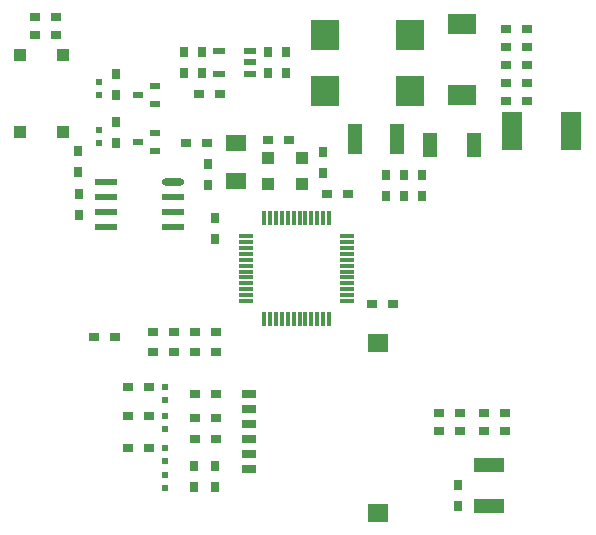
<source format=gbp>
%FSLAX25Y25*%
%MOIN*%
G70*
G01*
G75*
G04 Layer_Color=128*
%ADD10R,0.02000X0.02500*%
%ADD11R,0.02500X0.02000*%
%ADD12R,0.02200X0.03300*%
%ADD13R,0.03500X0.03000*%
%ADD14R,0.03000X0.03500*%
%ADD15R,0.02362X0.02756*%
%ADD16R,0.01575X0.03937*%
%ADD17R,0.07874X0.03937*%
%ADD18R,0.11811X0.04213*%
%ADD19R,0.08661X0.04134*%
%ADD20R,0.04331X0.03937*%
%ADD21R,0.03937X0.04331*%
%ADD22R,0.04134X0.08661*%
%ADD23R,0.37008X0.27559*%
%ADD24O,0.02362X0.07087*%
%ADD25O,0.07087X0.02362*%
%ADD26R,0.01969X0.02362*%
%ADD27C,0.01200*%
%ADD28C,0.01000*%
%ADD29C,0.02000*%
%ADD30C,0.00600*%
%ADD31C,0.01500*%
%ADD32C,0.01300*%
%ADD33C,0.04000*%
%ADD34C,0.06000*%
%ADD35R,0.06000X0.06000*%
%ADD36R,0.06000X0.06000*%
%ADD37C,0.02500*%
%ADD38C,0.03000*%
%ADD39O,0.07600X0.02400*%
%ADD40R,0.07600X0.02400*%
%ADD41R,0.04724X0.01181*%
%ADD42R,0.01181X0.04724*%
%ADD43R,0.03937X0.02362*%
%ADD44R,0.03937X0.03937*%
%ADD45R,0.09449X0.10236*%
%ADD46R,0.07087X0.12992*%
%ADD47R,0.03937X0.03937*%
%ADD48R,0.03937X0.03937*%
%ADD49R,0.04921X0.07874*%
%ADD50R,0.09449X0.07087*%
%ADD51R,0.09843X0.04724*%
%ADD52R,0.04724X0.09843*%
%ADD53R,0.07087X0.05512*%
%ADD54R,0.02362X0.01969*%
%ADD55R,0.03300X0.02200*%
%ADD56R,0.05118X0.03150*%
%ADD57R,0.06693X0.05906*%
%ADD58C,0.01100*%
%ADD59C,0.07000*%
%ADD60C,0.00787*%
%ADD61C,0.01600*%
%ADD62C,0.00500*%
%ADD63C,0.00800*%
%ADD64R,0.00700X0.02537*%
%ADD65C,0.00400*%
%ADD66C,0.02756*%
%ADD67C,0.00700*%
%ADD68R,0.01870X0.17323*%
%ADD69R,0.01181X0.08412*%
%ADD70R,0.11811X0.01300*%
%ADD71R,0.13988X0.01000*%
%ADD72R,0.01300X0.11811*%
D13*
X11000Y165500D02*
D03*
X145800Y39500D02*
D03*
X152800D02*
D03*
X50200Y60000D02*
D03*
X57200D02*
D03*
X50200Y66700D02*
D03*
X57200D02*
D03*
X64200D02*
D03*
X71200D02*
D03*
X64200Y60000D02*
D03*
X71200D02*
D03*
X123143Y75941D02*
D03*
X130142D02*
D03*
X18000Y171500D02*
D03*
X11000D02*
D03*
X18000Y165500D02*
D03*
X108343Y112500D02*
D03*
X115342D02*
D03*
X167800Y39500D02*
D03*
X160800D02*
D03*
Y33500D02*
D03*
X167800D02*
D03*
X152800D02*
D03*
X65500Y146000D02*
D03*
X72500D02*
D03*
X145800Y33500D02*
D03*
X167900Y149600D02*
D03*
X64342Y38100D02*
D03*
X71342D02*
D03*
X64342Y46100D02*
D03*
X71342D02*
D03*
X48842Y28000D02*
D03*
X41842D02*
D03*
X175000Y161700D02*
D03*
X168000D02*
D03*
X175000Y167700D02*
D03*
X168000D02*
D03*
X174900Y149600D02*
D03*
X167900Y143600D02*
D03*
X174900D02*
D03*
X175000Y155700D02*
D03*
X168000D02*
D03*
X41842Y38748D02*
D03*
X48842D02*
D03*
X30700Y64800D02*
D03*
X37700D02*
D03*
X95537Y130500D02*
D03*
X88537D02*
D03*
X61343Y129500D02*
D03*
X68343D02*
D03*
X64342Y31100D02*
D03*
X71342D02*
D03*
X41842Y48200D02*
D03*
X48842D02*
D03*
D14*
X70937Y97594D02*
D03*
Y104595D02*
D03*
X94500Y153000D02*
D03*
Y160000D02*
D03*
X151842Y15500D02*
D03*
Y8500D02*
D03*
X70842Y22000D02*
D03*
Y15000D02*
D03*
X63842Y22000D02*
D03*
Y15000D02*
D03*
X133843Y112000D02*
D03*
Y119000D02*
D03*
X139842Y112000D02*
D03*
Y119000D02*
D03*
X127842Y112000D02*
D03*
Y119000D02*
D03*
X66500Y153000D02*
D03*
Y160000D02*
D03*
X88500Y153000D02*
D03*
Y160000D02*
D03*
X106843Y126500D02*
D03*
Y119500D02*
D03*
X68500Y122500D02*
D03*
Y115500D02*
D03*
X25437Y127094D02*
D03*
Y120095D02*
D03*
X37937Y129595D02*
D03*
Y136594D02*
D03*
Y152594D02*
D03*
Y145595D02*
D03*
X60500Y160000D02*
D03*
Y153000D02*
D03*
X25500Y112500D02*
D03*
Y105500D02*
D03*
D39*
X57000Y116500D02*
D03*
D40*
Y111500D02*
D03*
Y106500D02*
D03*
Y101500D02*
D03*
X34500D02*
D03*
Y106500D02*
D03*
Y111500D02*
D03*
Y116500D02*
D03*
D41*
X81437Y88752D02*
D03*
Y86783D02*
D03*
Y94657D02*
D03*
Y92689D02*
D03*
X114902Y96626D02*
D03*
Y94657D02*
D03*
Y92689D02*
D03*
Y90720D02*
D03*
Y88752D02*
D03*
Y86783D02*
D03*
Y84815D02*
D03*
Y82846D02*
D03*
Y80878D02*
D03*
Y78909D02*
D03*
Y76941D02*
D03*
X81437Y76941D02*
D03*
Y78909D02*
D03*
Y80878D02*
D03*
Y82846D02*
D03*
Y84815D02*
D03*
Y90720D02*
D03*
Y96626D02*
D03*
Y98594D02*
D03*
X114902Y98594D02*
D03*
D42*
X91280Y104500D02*
D03*
X93248D02*
D03*
X95217D02*
D03*
X97185D02*
D03*
X99154D02*
D03*
X101122D02*
D03*
X103091D02*
D03*
X108996Y71035D02*
D03*
X107028D02*
D03*
X105059D02*
D03*
X103091D02*
D03*
X101122D02*
D03*
X95217D02*
D03*
X93248D02*
D03*
X91280D02*
D03*
X89311D02*
D03*
X87343D02*
D03*
X108996Y104500D02*
D03*
X99154Y71035D02*
D03*
X97185D02*
D03*
X87343Y104500D02*
D03*
X105059D02*
D03*
X89311D02*
D03*
X107028D02*
D03*
D43*
X72382Y160240D02*
D03*
Y152760D02*
D03*
X82618D02*
D03*
Y156500D02*
D03*
Y160240D02*
D03*
D44*
X88537Y124458D02*
D03*
X99954Y115796D02*
D03*
X88537D02*
D03*
X99954Y124458D02*
D03*
D45*
X136116Y165500D02*
D03*
X107769D02*
D03*
X136116Y147000D02*
D03*
X107769D02*
D03*
D46*
X169915Y133700D02*
D03*
X189600D02*
D03*
D47*
X20173Y159000D02*
D03*
Y133409D02*
D03*
D48*
X6000Y159000D02*
D03*
Y133409D02*
D03*
D49*
X142561Y129000D02*
D03*
X157324D02*
D03*
D50*
X153443Y145689D02*
D03*
Y169311D02*
D03*
D51*
X162343Y8500D02*
D03*
Y22279D02*
D03*
D52*
X117763Y131000D02*
D03*
X131543D02*
D03*
D53*
X77842Y116902D02*
D03*
Y129500D02*
D03*
D54*
X54443Y23557D02*
D03*
Y28000D02*
D03*
Y48300D02*
D03*
Y43857D02*
D03*
Y34305D02*
D03*
Y38748D02*
D03*
X54343Y19000D02*
D03*
Y14557D02*
D03*
X32437Y134038D02*
D03*
Y129595D02*
D03*
Y145595D02*
D03*
Y150038D02*
D03*
D55*
X50937Y148594D02*
D03*
Y142595D02*
D03*
X45137Y145595D02*
D03*
X50937Y132800D02*
D03*
Y126800D02*
D03*
X45137Y129800D02*
D03*
D56*
X82342Y26000D02*
D03*
Y36000D02*
D03*
Y46000D02*
D03*
Y31000D02*
D03*
Y21000D02*
D03*
Y41000D02*
D03*
D57*
X125256Y6157D02*
D03*
Y62850D02*
D03*
M02*

</source>
